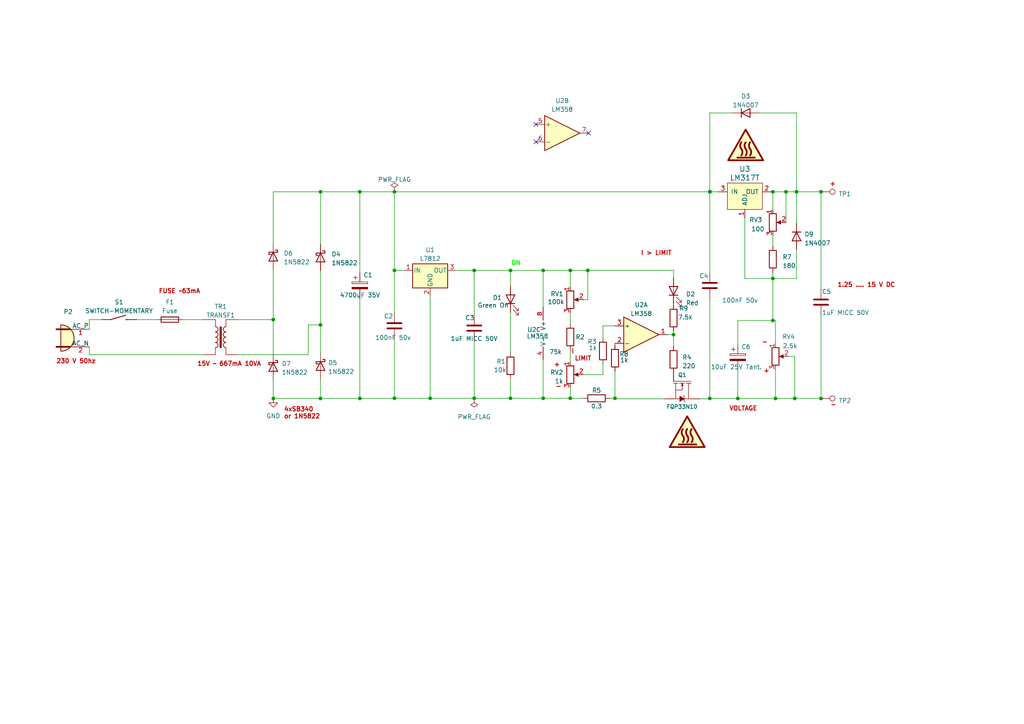
<source format=kicad_sch>
(kicad_sch (version 20230121) (generator eeschema)
  (paper "A4")
  (lib_symbols
    (symbol "Amplifier_Operational:LM358" (pin_names (offset 0.127))
      (property "Reference" "U" (at 0 5.08 0))
      (property "Value" "LM358" (at 0 -5.08 0))
      (symbol "LM358_1_1"
        (polyline (pts (xy -5.08 5.08) (xy 5.08 0) (xy -5.08 -5.08) (xy -5.08 5.08)) (stroke (width 0.254)) (fill (type background)))
        (pin output line (at 7.62 0 180) (length 2.54) (name "~") (number "1"))
        (pin input line (at -7.62 -2.54 0) (length 2.54) (name "-") (number "2"))
        (pin input line (at -7.62 2.54 0) (length 2.54) (name "+") (number "3"))
      )
      (symbol "LM358_2_1"
        (polyline (pts (xy -5.08 5.08) (xy 5.08 0) (xy -5.08 -5.08) (xy -5.08 5.08)) (stroke (width 0.254)) (fill (type background)))
        (pin input line (at -7.62 2.54 0) (length 2.54) (name "+") (number "5"))
        (pin input line (at -7.62 -2.54 0) (length 2.54) (name "-") (number "6"))
        (pin output line (at 7.62 0 180) (length 2.54) (name "~") (number "7"))
      )
      (symbol "LM358_3_1"
        (pin power_in line (at -2.54 -7.62 90) (length 3.81) (name "V-") (number "4"))
        (pin power_in line (at -2.54 7.62 270) (length 3.81) (name "V+") (number "8"))
      )
    )
    (symbol "Connector:Conn_WallPlug" (pin_names (offset 0))
      (property "Reference" "P" (at -1.27 4.445 0))
      (property "Value" "Conn_WallPlug" (at -5.715 0 90))
      (symbol "Conn_WallPlug_0_1"
        (arc (start -3.175 -3.81) (mid 0.6184 0) (end -3.175 3.81) (stroke (width 0.254)) (fill (type background)))
        (polyline (pts (xy -4.445 -2.54) (xy -0.635 -2.54)) (stroke (width 0.508)))
        (polyline (pts (xy -4.445 2.54) (xy -0.635 2.54)) (stroke (width 0.508)))
        (polyline (pts (xy -3.175 -3.81) (xy -3.175 3.81)) (stroke (width 0.254)))
        (polyline (pts (xy -0.635 -2.54) (xy 2.54 -2.54)))
        (polyline (pts (xy -0.635 2.54) (xy 2.54 2.54)))
      )
      (symbol "Conn_WallPlug_1_1"
        (pin power_out line (at 5.08 2.54 180) (length 5.08) (name "AC_P") (number "1"))
        (pin power_out line (at 5.08 -2.54 180) (length 5.08) (name "AC_N") (number "2"))
      )
    )
    (symbol "Connector:TestPoint" (pin_numbers hide) (pin_names (offset 0.762) hide)
      (property "Reference" "TP" (at 0 6.858 0))
      (property "Value" "TestPoint" (at 0 5.08 0))
      (symbol "TestPoint_0_1"
        (circle (center 0 3.302) (radius 0.762))
      )
      (symbol "TestPoint_1_1"
        (pin passive line (at 0 0 90) (length 2.54) (name "1") (number "1"))
      )
    )
    (symbol "Device:C" (pin_numbers hide) (pin_names (offset 0.254))
      (property "Reference" "C" (at 0.635 2.54 0))
      (property "Value" "C" (at 0.635 -2.54 0))
      (symbol "C_0_1"
        (polyline (pts (xy -2.032 -0.762) (xy 2.032 -0.762)) (stroke (width 0.508)))
        (polyline (pts (xy -2.032 0.762) (xy 2.032 0.762)) (stroke (width 0.508)))
      )
      (symbol "C_1_1"
        (pin passive line (at 0 3.81 270) (length 2.794) (name "~") (number "1"))
        (pin passive line (at 0 -3.81 90) (length 2.794) (name "~") (number "2"))
      )
    )
    (symbol "Device:C_Polarized" (pin_numbers hide) (pin_names (offset 0.254))
      (property "Reference" "C" (at 0.635 2.54 0))
      (property "Value" "C_Polarized" (at 0.635 -2.54 0))
      (symbol "C_Polarized_0_1"
        (rectangle (start -2.286 0.508) (end 2.286 1.016))
        (polyline (pts (xy -1.778 2.286) (xy -0.762 2.286)))
        (polyline (pts (xy -1.27 2.794) (xy -1.27 1.778)))
        (rectangle (start 2.286 -0.508) (end -2.286 -1.016) (fill (type outline)))
      )
      (symbol "C_Polarized_1_1"
        (pin passive line (at 0 3.81 270) (length 2.794) (name "~") (number "1"))
        (pin passive line (at 0 -3.81 90) (length 2.794) (name "~") (number "2"))
      )
    )
    (symbol "Device:Fuse" (pin_numbers hide) (pin_names (offset 0))
      (property "Reference" "F" (at 2.032 0 90))
      (property "Value" "Fuse" (at -1.905 0 90))
      (symbol "Fuse_0_1"
        (rectangle (start -0.762 -2.54) (end 0.762 2.54) (stroke (width 0.254)))
        (polyline (pts (xy 0 2.54) (xy 0 -2.54)))
      )
      (symbol "Fuse_1_1"
        (pin passive line (at 0 3.81 270) (length 1.27) (name "~") (number "1"))
        (pin passive line (at 0 -3.81 90) (length 1.27) (name "~") (number "2"))
      )
    )
    (symbol "Device:LED" (pin_numbers hide) (pin_names (offset 1.016) hide)
      (property "Reference" "D" (at 0 2.54 0))
      (property "Value" "LED" (at 0 -2.54 0))
      (symbol "LED_0_1"
        (polyline (pts (xy -1.27 -1.27) (xy -1.27 1.27)) (stroke (width 0.254)))
        (polyline (pts (xy -1.27 0) (xy 1.27 0)))
        (polyline (pts (xy 1.27 -1.27) (xy 1.27 1.27) (xy -1.27 0) (xy 1.27 -1.27)) (stroke (width 0.254)))
        (polyline (pts (xy -3.048 -0.762) (xy -4.572 -2.286) (xy -3.81 -2.286) (xy -4.572 -2.286) (xy -4.572 -1.524)))
        (polyline (pts (xy -1.778 -0.762) (xy -3.302 -2.286) (xy -2.54 -2.286) (xy -3.302 -2.286) (xy -3.302 -1.524)))
      )
      (symbol "LED_1_1"
        (pin passive line (at -3.81 0 0) (length 2.54) (name "K") (number "1"))
        (pin passive line (at 3.81 0 180) (length 2.54) (name "A") (number "2"))
      )
    )
    (symbol "Device:R" (pin_numbers hide) (pin_names (offset 0))
      (property "Reference" "R" (at 2.032 0 90))
      (property "Value" "R" (at 0 0 90))
      (symbol "R_0_1"
        (rectangle (start -1.016 -2.54) (end 1.016 2.54) (stroke (width 0.254)))
      )
      (symbol "R_1_1"
        (pin passive line (at 0 3.81 270) (length 1.27) (name "~") (number "1"))
        (pin passive line (at 0 -3.81 90) (length 1.27) (name "~") (number "2"))
      )
    )
    (symbol "Device:R_Potentiometer" (pin_names (offset 1.016) hide)
      (property "Reference" "RV" (at -4.445 0 90))
      (property "Value" "R_Potentiometer" (at -2.54 0 90))
      (symbol "R_Potentiometer_0_1"
        (polyline (pts (xy 2.54 0) (xy 1.524 0)))
        (polyline (pts (xy 1.143 0) (xy 2.286 0.508) (xy 2.286 -0.508) (xy 1.143 0)) (fill (type outline)))
        (rectangle (start 1.016 2.54) (end -1.016 -2.54) (stroke (width 0.254)))
      )
      (symbol "R_Potentiometer_1_1"
        (pin passive line (at 0 3.81 270) (length 1.27) (name "1") (number "1"))
        (pin passive line (at 3.81 0 180) (length 1.27) (name "2") (number "2"))
        (pin passive line (at 0 -3.81 90) (length 1.27) (name "3") (number "3"))
      )
    )
    (symbol "Diode:1N4007" (pin_numbers hide) (pin_names hide)
      (property "Reference" "D" (at 0 2.54 0))
      (property "Value" "1N4007" (at 0 -2.54 0))
      (symbol "1N4007_0_1"
        (polyline (pts (xy -1.27 1.27) (xy -1.27 -1.27)) (stroke (width 0.254)))
        (polyline (pts (xy 1.27 0) (xy -1.27 0)))
        (polyline (pts (xy 1.27 1.27) (xy 1.27 -1.27) (xy -1.27 0) (xy 1.27 1.27)) (stroke (width 0.254)))
      )
      (symbol "1N4007_1_1"
        (pin passive line (at -3.81 0 0) (length 2.54) (name "K") (number "1"))
        (pin passive line (at 3.81 0 180) (length 2.54) (name "A") (number "2"))
      )
    )
    (symbol "Diode:1N5822" (pin_numbers hide) (pin_names (offset 1.016) hide)
      (property "Reference" "D" (at 0 2.54 0))
      (property "Value" "1N5822" (at 0 -2.54 0))
      (symbol "1N5822_0_1"
        (polyline (pts (xy 1.27 0) (xy -1.27 0)))
        (polyline (pts (xy 1.27 1.27) (xy 1.27 -1.27) (xy -1.27 0) (xy 1.27 1.27)) (stroke (width 0.254)))
        (polyline (pts (xy -1.905 0.635) (xy -1.905 1.27) (xy -1.27 1.27) (xy -1.27 -1.27) (xy -0.635 -1.27) (xy -0.635 -0.635)) (stroke (width 0.254)))
      )
      (symbol "1N5822_1_1"
        (pin passive line (at -3.81 0 0) (length 2.54) (name "K") (number "1"))
        (pin passive line (at 3.81 0 180) (length 2.54) (name "A") (number "2"))
      )
    )
    (symbol "Graphic:SYM_Hot_Large" (on_board no)
      (symbol "SYM_Hot_Large_0_1"
        (arc (start -1.27 -3.683) (mid -0.9449 -2.728) (end -1.27 -1.778) (stroke (width 0.508)))
        (arc (start -1.27 0.127) (mid -1.5951 -0.828) (end -1.27 -1.778) (stroke (width 0.508)))
        (arc (start 0 -3.683) (mid 0.3251 -2.728) (end 0 -1.778) (stroke (width 0.508)))
        (polyline (pts (xy -2.413 -4.318) (xy 2.667 -4.318)) (stroke (width 0.508)))
        (polyline (pts (xy -5.08 -5.08) (xy 5.08 -5.08) (xy 0 3.81) (xy -5.08 -5.08)) (stroke (width 0.508)) (fill (type background)))
        (arc (start 0 0.127) (mid -0.3251 -0.828) (end 0 -1.778) (stroke (width 0.508)))
        (arc (start 1.27 -3.683) (mid 1.5951 -2.728) (end 1.27 -1.778) (stroke (width 0.508)))
        (arc (start 1.27 0.127) (mid 0.9449 -0.828) (end 1.27 -1.778) (stroke (width 0.508)))
      )
    )
    (symbol "Regulator_Linear:L7812" (pin_names (offset 0.254))
      (property "Reference" "U" (at -3.81 3.175 0))
      (property "Value" "L7812" (at 0 3.175 0))
      (symbol "L7812_0_1"
        (rectangle (start -5.08 1.905) (end 5.08 -5.08) (stroke (width 0.254)) (fill (type background)))
      )
      (symbol "L7812_1_1"
        (pin power_in line (at -7.62 0 0) (length 2.54) (name "IN") (number "1"))
        (pin power_in line (at 0 -7.62 90) (length 2.54) (name "GND") (number "2"))
        (pin power_out line (at 7.62 0 180) (length 2.54) (name "OUT") (number "3"))
      )
    )
    (symbol "SparkFun-DiscreteSemi:MOSFET-NCH-FQP30N06L" (pin_numbers hide) (pin_names (offset 1.016) hide)
      (property "Reference" "Q" (at 3.81 3.81 0))
      (property "Value" "MOSFET-NCH-FQP30N06L" (at 3.81 -5.08 0))
      (property "Field4" "TRANS-10060" (at 0 7.62 0))
      (symbol "MOSFET-NCH-FQP30N06L_1_0"
        (polyline (pts (xy -2.54 -2.54) (xy -2.54 2.54)))
        (polyline (pts (xy -1.9812 -1.905) (xy -1.9812 -2.54)))
        (polyline (pts (xy -1.9812 -1.905) (xy 0 -1.905)))
        (polyline (pts (xy -1.9812 -1.2954) (xy -1.9812 -1.905)))
        (polyline (pts (xy -1.9812 0.6858) (xy -1.9812 -0.8382)))
        (polyline (pts (xy -1.9812 1.8034) (xy -1.9812 1.0922)))
        (polyline (pts (xy -1.9812 1.8034) (xy 2.54 1.8034)))
        (polyline (pts (xy -1.9812 2.54) (xy -1.9812 1.8034)))
        (polyline (pts (xy 0 -1.905) (xy 0 0)))
        (polyline (pts (xy 0 0) (xy -1.2192 0)))
        (polyline (pts (xy 1.6002 0.381) (xy 1.778 0.5588)))
        (polyline (pts (xy 2.54 -2.54) (xy 2.54 -1.905)))
        (polyline (pts (xy 2.54 -1.905) (xy 0 -1.905)))
        (polyline (pts (xy 2.54 -0.7112) (xy 2.54 -1.905)))
        (polyline (pts (xy 2.54 0.5588) (xy 1.778 0.5588)))
        (polyline (pts (xy 2.54 0.5588) (xy 3.302 0.5588)))
        (polyline (pts (xy 2.54 1.8034) (xy 2.54 0.5588)))
        (polyline (pts (xy 2.54 2.54) (xy 2.54 1.8034)))
        (polyline (pts (xy 3.302 0.5588) (xy 3.4798 0.7366)))
      )
      (symbol "MOSFET-NCH-FQP30N06L_1_1"
        (polyline (pts (xy -1.9812 0) (xy -1.2192 0.254) (xy -1.2192 0.254) (xy -1.2192 -0.254) (xy -1.2192 -0.254) (xy -1.9812 0)) (fill (type outline)))
        (polyline (pts (xy 1.778 -0.7112) (xy 2.54 0.5588) (xy 2.54 0.5588) (xy 3.302 -0.7112) (xy 3.302 -0.7112) (xy 1.778 -0.7112)) (fill (type outline)))
        (pin bidirectional line (at -5.08 -2.54 0) (length 2.54) (name "G") (number "1"))
        (pin bidirectional line (at 2.54 5.08 270) (length 2.54) (name "D") (number "2"))
        (pin bidirectional line (at 2.54 -5.08 90) (length 2.54) (name "S") (number "3"))
      )
    )
    (symbol "Switches:SWITCH-MOMENTARY" (pin_numbers hide) (pin_names (offset 1.27) hide)
      (property "Reference" "S" (at -2.54 2.54 0))
      (property "Value" "SWITCH-MOMENTARY" (at -2.54 -2.54 0))
      (symbol "SWITCH-MOMENTARY_1_0"
        (polyline (pts (xy -2.54 0) (xy 1.905 1.27)) (stroke (width 0.254)))
        (polyline (pts (xy 1.905 0) (xy 2.54 0)) (stroke (width 0.254)))
      )
      (symbol "SWITCH-MOMENTARY_1_1"
        (pin passive line (at -5.08 0 0) (length 2.54) (name "1") (number "1"))
        (pin passive line (at 5.08 0 180) (length 2.54) (name "2") (number "3"))
      )
    )
    (symbol "Transformer:TRANSF1" (pin_numbers hide) (pin_names (offset 0))
      (property "Reference" "TR" (at 0 6.35 0))
      (property "Value" "TRANSF1" (at 0 -6.35 0))
      (symbol "TRANSF1_0_1"
        (arc (start -1.524 -3.048) (mid -0.7653 -2.286) (end -1.524 -1.524) (stroke (width 0.2032)))
        (arc (start -1.524 -1.524) (mid -0.7653 -0.762) (end -1.524 0) (stroke (width 0.2032)))
        (arc (start -1.524 0) (mid -0.7653 0.762) (end -1.524 1.524) (stroke (width 0.2032)))
        (arc (start -1.524 1.524) (mid -0.7653 2.286) (end -1.524 3.048) (stroke (width 0.2032)))
        (rectangle (start -0.254 3.048) (end 0.254 -3.048) (stroke (width 0.0254)) (fill (type outline)))
        (polyline (pts (xy -2.54 5.08) (xy -1.524 5.08) (xy -1.524 3.048) (xy -1.524 3.048)) (stroke (width 0.1524)))
        (polyline (pts (xy -1.524 -3.048) (xy -1.524 -5.08) (xy -2.54 -5.08) (xy -2.54 -5.08)) (stroke (width 0.1524)))
        (polyline (pts (xy 1.524 3.048) (xy 1.524 5.08) (xy 2.54 5.08) (xy 2.54 5.08)) (stroke (width 0.1524)))
        (polyline (pts (xy 2.54 -5.08) (xy 1.524 -5.08) (xy 1.524 -3.048) (xy 1.524 -3.048)) (stroke (width 0.1524)))
        (arc (start 1.524 -1.524) (mid 0.7653 -2.286) (end 1.524 -3.048) (stroke (width 0.2032)))
        (arc (start 1.524 0) (mid 0.7653 -0.762) (end 1.524 -1.524) (stroke (width 0.2032)))
        (arc (start 1.524 1.524) (mid 0.7653 0.762) (end 1.524 0) (stroke (width 0.2032)))
        (arc (start 1.524 3.048) (mid 0.7653 2.286) (end 1.524 1.524) (stroke (width 0.2032)))
      )
      (symbol "TRANSF1_1_1"
        (pin passive line (at -5.08 5.08 0) (length 2.54) (name "~") (number "1"))
        (pin passive line (at -5.08 -5.08 0) (length 2.54) (name "~") (number "2"))
        (pin passive line (at 5.08 -5.08 180) (length 2.54) (name "~") (number "3"))
        (pin passive line (at 5.08 5.08 180) (length 2.54) (name "~") (number "4"))
      )
    )
    (symbol "dk_PMIC-Voltage-Regulators-Linear:LM317T" (pin_names (offset 1.016))
      (property "Reference" "U" (at 0 3.81 0))
      (property "Value" "LM317T" (at 0 6.35 0))
      (symbol "LM317T_0_1"
        (rectangle (start -5.08 2.54) (end 5.08 -5.08) (fill (type background)))
      )
      (symbol "LM317T_1_1"
        (pin input line (at 0 -7.62 90) (length 2.54) (name "ADJ") (number "1"))
        (pin power_out line (at 7.62 0 180) (length 2.54) (name "OUT") (number "2"))
        (pin power_in line (at -7.62 0 0) (length 2.54) (name "IN") (number "3"))
      )
    )
    (symbol "power:GND" (power) (pin_names (offset 0))
      (property "Value" "GND" (at 0 -3.81 0))
      (symbol "GND_0_1"
        (polyline (pts (xy 0 0) (xy 0 -1.27) (xy 1.27 -1.27) (xy 0 -2.54) (xy -1.27 -1.27) (xy 0 -1.27)))
      )
      (symbol "GND_1_1"
        (pin power_in line (at 0 0 270) (length 0) hide (name "GND") (number "1"))
      )
    )
    (symbol "power:PWR_FLAG" (power) (pin_numbers hide) (pin_names (offset 0) hide)
      (property "Value" "PWR_FLAG" (at 0 3.81 0))
      (symbol "PWR_FLAG_0_0"
        (pin power_out line (at 0 0 90) (length 0) (name "pwr") (number "1"))
      )
      (symbol "PWR_FLAG_0_1"
        (polyline (pts (xy 0 0) (xy 0 1.27) (xy -1.016 1.905) (xy 0 2.54) (xy 1.016 1.905) (xy 0 1.27)))
      )
    )
  )
  (junction (at 114.4016 55.626))
  (junction (at 79.2734 115.57))
  (junction (at 205.9432 55.626))
  (junction (at 157.5308 115.5192))
  (junction (at 92.964 115.57))
  (junction (at 170.4848 78.4352))
  (junction (at 92.964 94.234))
  (junction (at 238.125 115.57))
  (junction (at 104.3686 115.57))
  (junction (at 148.0566 78.4352))
  (junction (at 205.867 55.6006))
  (junction (at 227.965 55.626))
  (junction (at 224.917 115.57))
  (junction (at 79.248 92.71))
  (junction (at 205.867 55.626))
  (junction (at 92.964 55.626))
  (junction (at 230.505 115.57))
  (junction (at 231.013 55.626))
  (junction (at 104.3686 55.626))
  (junction (at 165.4048 115.5192))
  (junction (at 213.995 115.57))
  (junction (at 238.125 55.626))
  (junction (at 224.155 55.626))
  (junction (at 224.155 92.964))
  (junction (at 195.3514 97.0534))
  (junction (at 137.541 78.4352))
  (junction (at 114.4016 78.4352))
  (junction (at 178.3588 115.5192))
  (junction (at 205.867 115.57))
  (junction (at 124.7648 115.5192))
  (junction (at 137.541 115.5192))
  (junction (at 165.4048 78.4352))
  (junction (at 114.4016 115.5192))
  (junction (at 224.155 80.772))
  (junction (at 157.5308 78.4352))
  (junction (at 148.0566 115.5192))
  (no_connect (at 170.688 38.608))
  (no_connect (at 155.448 36.068))
  (no_connect (at 155.448 41.148))
  (wire (pts (xy 205.867 32.766) (xy 205.867 55.6006)))
  (wire (pts (xy 238.125 83.82) (xy 238.125 55.626)))
  (wire (pts (xy 224.155 80.772) (xy 224.155 92.964)))
  (wire (pts (xy 174.879 108.6612) (xy 169.2148 108.6612)))
  (wire (pts (xy 227.965 55.626) (xy 231.013 55.626)))
  (wire (pts (xy 170.4848 78.4098) (xy 170.4848 78.4352)))
  (wire (pts (xy 165.4048 115.5192) (xy 169.2148 115.5192)))
  (wire (pts (xy 165.4048 78.4352) (xy 170.4848 78.4352)))
  (wire (pts (xy 224.155 55.626) (xy 224.155 60.706)))
  (wire (pts (xy 114.4016 78.4352) (xy 114.4016 90.678)))
  (wire (pts (xy 220.091 32.766) (xy 231.013 32.766)))
  (wire (pts (xy 114.4016 55.626) (xy 205.867 55.626)))
  (wire (pts (xy 79.248 115.57) (xy 79.2734 115.57)))
  (wire (pts (xy 224.917 107.188) (xy 224.917 115.57)))
  (wire (pts (xy 137.541 78.4352) (xy 132.3848 78.4352)))
  (wire (pts (xy 79.2734 115.57) (xy 92.964 115.57)))
  (wire (pts (xy 170.4848 78.4098) (xy 195.3514 78.4098)))
  (wire (pts (xy 92.964 55.626) (xy 92.964 70.866)))
  (wire (pts (xy 89.408 102.87) (xy 89.408 94.234)))
  (wire (pts (xy 169.2148 86.9188) (xy 170.4848 86.9188)))
  (wire (pts (xy 174.879 94.5134) (xy 174.879 97.9932)))
  (wire (pts (xy 195.3514 96.0628) (xy 195.3514 97.0534)))
  (wire (pts (xy 25.908 102.87) (xy 58.928 102.87)))
  (wire (pts (xy 148.0566 78.4352) (xy 157.5308 78.4352)))
  (wire (pts (xy 114.4016 115.5192) (xy 114.4016 115.57)))
  (wire (pts (xy 79.248 55.626) (xy 79.248 70.612)))
  (wire (pts (xy 178.3588 115.6716) (xy 178.3588 115.5192)))
  (wire (pts (xy 69.088 102.87) (xy 89.408 102.87)))
  (wire (pts (xy 137.541 91.3638) (xy 137.541 78.4352)))
  (wire (pts (xy 178.3588 100.076) (xy 178.3588 99.5934)))
  (wire (pts (xy 104.3686 115.57) (xy 92.964 115.57)))
  (wire (pts (xy 124.7648 86.0552) (xy 124.7648 115.5192)))
  (wire (pts (xy 205.867 55.6006) (xy 205.867 55.626)))
  (wire (pts (xy 231.013 72.39) (xy 231.013 80.772)))
  (wire (pts (xy 29.464 92.71) (xy 25.908 92.71)))
  (wire (pts (xy 224.155 80.772) (xy 224.155 78.994)))
  (wire (pts (xy 170.4848 86.9188) (xy 170.4848 78.4352)))
  (wire (pts (xy 137.541 98.9838) (xy 137.541 115.5192)))
  (wire (pts (xy 148.0566 115.5192) (xy 157.5308 115.5192)))
  (wire (pts (xy 213.995 99.822) (xy 213.995 92.964)))
  (wire (pts (xy 213.995 107.442) (xy 213.995 115.57)))
  (wire (pts (xy 202.9714 115.6716) (xy 205.867 115.6716)))
  (wire (pts (xy 205.9432 55.626) (xy 208.407 55.626)))
  (wire (pts (xy 114.4016 98.298) (xy 114.4016 115.5192)))
  (wire (pts (xy 165.4048 115.5192) (xy 165.4048 112.4712)))
  (wire (pts (xy 205.9432 55.626) (xy 205.9432 55.6006)))
  (wire (pts (xy 104.3686 55.626) (xy 114.4016 55.626)))
  (wire (pts (xy 53.086 92.71) (xy 58.928 92.71)))
  (wire (pts (xy 157.5308 104.3432) (xy 157.5308 115.5192)))
  (wire (pts (xy 114.4016 55.626) (xy 114.4016 78.4352)))
  (wire (pts (xy 224.917 92.964) (xy 224.917 99.568)))
  (wire (pts (xy 104.3686 55.626) (xy 104.3686 78.994)))
  (wire (pts (xy 79.248 55.626) (xy 92.964 55.626)))
  (wire (pts (xy 195.3514 88.1634) (xy 195.3514 88.4428)))
  (wire (pts (xy 205.9432 55.6006) (xy 205.867 55.6006)))
  (wire (pts (xy 205.867 86.614) (xy 205.867 115.57)))
  (wire (pts (xy 238.125 91.44) (xy 238.125 115.57)))
  (wire (pts (xy 195.3514 78.4098) (xy 195.3514 80.5434)))
  (wire (pts (xy 224.155 92.964) (xy 224.917 92.964)))
  (wire (pts (xy 205.867 55.626) (xy 205.867 78.994)))
  (wire (pts (xy 114.4016 115.5192) (xy 124.7648 115.5192)))
  (wire (pts (xy 238.125 115.57) (xy 230.505 115.57)))
  (wire (pts (xy 231.013 55.626) (xy 231.013 64.77)))
  (wire (pts (xy 157.5308 78.4352) (xy 165.4048 78.4352)))
  (wire (pts (xy 104.3686 115.57) (xy 114.4016 115.57)))
  (wire (pts (xy 224.917 115.57) (xy 213.995 115.57)))
  (wire (pts (xy 92.964 78.486) (xy 92.964 94.234)))
  (wire (pts (xy 224.155 55.626) (xy 227.965 55.626)))
  (wire (pts (xy 238.125 55.626) (xy 231.013 55.626)))
  (wire (pts (xy 137.541 78.4352) (xy 148.0566 78.4352)))
  (wire (pts (xy 114.4016 78.4352) (xy 117.1448 78.4352)))
  (wire (pts (xy 231.013 32.766) (xy 231.013 55.626)))
  (wire (pts (xy 79.248 110.236) (xy 79.248 115.57)))
  (wire (pts (xy 205.867 115.6716) (xy 205.867 115.57)))
  (wire (pts (xy 224.155 68.326) (xy 224.155 71.374)))
  (wire (pts (xy 178.3588 115.5192) (xy 176.8348 115.5192)))
  (wire (pts (xy 165.4048 83.1088) (xy 165.4048 78.4352)))
  (wire (pts (xy 124.7648 115.5192) (xy 137.541 115.5192)))
  (wire (pts (xy 230.505 103.378) (xy 230.505 115.57)))
  (wire (pts (xy 69.088 92.71) (xy 79.248 92.71)))
  (wire (pts (xy 193.6242 97.0534) (xy 195.3514 97.0534)))
  (wire (pts (xy 92.964 55.626) (xy 104.3686 55.626)))
  (wire (pts (xy 227.965 64.516) (xy 227.965 55.626)))
  (wire (pts (xy 25.908 92.71) (xy 25.908 95.504)))
  (wire (pts (xy 212.471 32.766) (xy 205.867 32.766)))
  (wire (pts (xy 178.3588 99.5934) (xy 178.3842 99.5934)))
  (wire (pts (xy 79.248 92.71) (xy 79.248 102.616)))
  (wire (pts (xy 92.964 94.234) (xy 92.964 102.362)))
  (wire (pts (xy 195.3514 97.0534) (xy 195.3514 100.4316)))
  (wire (pts (xy 79.248 78.232) (xy 79.248 92.71)))
  (wire (pts (xy 165.4048 115.5192) (xy 157.5308 115.5192)))
  (wire (pts (xy 39.624 92.71) (xy 45.466 92.71)))
  (wire (pts (xy 104.3686 86.614) (xy 104.3686 115.57)))
  (wire (pts (xy 148.0566 90.6018) (xy 148.0566 102.2858)))
  (wire (pts (xy 231.013 80.772) (xy 224.155 80.772)))
  (wire (pts (xy 223.647 55.626) (xy 224.155 55.626)))
  (wire (pts (xy 228.727 103.378) (xy 230.505 103.378)))
  (wire (pts (xy 230.505 115.57) (xy 224.917 115.57)))
  (wire (pts (xy 178.3588 107.696) (xy 178.3588 115.5192)))
  (wire (pts (xy 92.964 109.982) (xy 92.964 115.57)))
  (wire (pts (xy 148.0566 78.4352) (xy 148.0566 82.9818)))
  (wire (pts (xy 178.3588 115.6716) (xy 192.8114 115.6716)))
  (wire (pts (xy 148.0566 109.9058) (xy 148.0566 115.5192)))
  (wire (pts (xy 216.027 63.246) (xy 216.027 80.772)))
  (wire (pts (xy 165.4048 90.7288) (xy 165.4048 93.9292)))
  (wire (pts (xy 89.408 94.234) (xy 92.964 94.234)))
  (wire (pts (xy 137.541 115.5192) (xy 148.0566 115.5192)))
  (wire (pts (xy 213.995 92.964) (xy 224.155 92.964)))
  (wire (pts (xy 213.995 115.57) (xy 205.867 115.57)))
  (wire (pts (xy 157.5308 78.4352) (xy 157.5308 89.1032)))
  (wire (pts (xy 25.908 102.87) (xy 25.908 100.584)))
  (wire (pts (xy 216.027 80.772) (xy 224.155 80.772)))
  (wire (pts (xy 205.867 55.626) (xy 205.9432 55.626)))
  (wire (pts (xy 174.879 105.6132) (xy 174.879 108.6612)))
  (wire (pts (xy 178.3842 94.5134) (xy 174.879 94.5134)))
  (wire (pts (xy 165.4048 101.5492) (xy 165.4048 104.8512)))
  (text "15V ~ 667mA 10VA" (at 57.15 106.426 0) (effects (font (size 1.27 1.27) (thickness 0.254) bold) (justify left bottom)))
  (text "ON" (at 148.1836 77.1906 0) (effects (font (size 1.27 1.27) (thickness 0.254) bold) (justify left bottom)))
  (text "FUSE ~63mA" (at 45.974 85.344 0) (effects (font (size 1.27 1.27) (thickness 0.254) bold) (justify left bottom)))
  (text "-" (at 161.0868 112.9792 0) (effects (font (size 1.27 1.27) (thickness 0.254) bold) (justify left bottom)))
  (text "+" (at 240.5634 54.229 0) (effects (font (size 1.27 1.27) (thickness 0.254) bold) (justify left bottom)))
  (text "-" (at 240.792 118.2878 0) (effects (font (size 1.27 1.27) (thickness 0.254) bold) (justify left bottom)))
  (text "VOLTAGE\n" (at 211.455 119.38 0) (effects (font (size 1.27 1.27) (thickness 0.254) bold) (justify left bottom)))
  (text "4xSB340\nor 1N5822" (at 82.296 121.666 0) (effects (font (size 1.27 1.27) (thickness 0.254) bold) (justify left bottom)))
  (text "I > LIMIT\n" (at 185.801 74.295 0) (effects (font (size 1.27 1.27) (thickness 0.254) bold) (justify left bottom)))
  (text "I\n LIMIT\n" (at 165.6588 104.8766 0) (effects (font (size 1.27 1.27) (thickness 0.254) bold) (justify left bottom)))
  (text "+" (at 160.5788 106.6292 0) (effects (font (size 1.27 1.27) (thickness 0.254) bold) (justify left bottom)))
  (text "230 V 50hz" (at 16.256 105.664 0) (effects (font (size 1.27 1.27) (thickness 0.254) bold) (justify left bottom)))
  (text "1.25 .... 15 V DC\n" (at 242.824 83.5406 0) (effects (font (size 1.27 1.27) (thickness 0.254) bold) (justify left bottom)))
  (text "-" (at 220.853 100.076 0) (effects (font (size 1.27 1.27) (thickness 0.254) bold) (justify left bottom)))
  (text "+" (at 221.361 108.458 0) (effects (font (size 1.27 1.27) (thickness 0.254) bold) (justify left bottom)))
  (symbol (lib_id "Amplifier_Operational:LM358") (at 163.068 38.608 0) (unit 2)
    (property "Reference" "U2" (at 163.068 29.21 0))
    (property "Value" "LM358" (at 163.068 31.75 0))
    (property "Footprint" "Package_DIP:DIP-8_W7.62mm_LongPads" (effects hide))
    (property "Datasheet" "http://www.ti.com/lit/ds/symlink/lm2904-n.pdf" (effects hide))
  )
  (symbol (lib_id "Amplifier_Operational:LM358") (at 186.0042 97.0534 0) (unit 1)
    (property "Reference" "U2" (at 186.0042 88.4174 0))
    (property "Value" "LM358" (at 186.0042 90.9574 0))
    (property "Footprint" "Package_DIP:DIP-8_W7.62mm_LongPads" (effects hide))
    (property "Datasheet" "http://www.ti.com/lit/ds/symlink/lm2904-n.pdf" (effects hide))
  )
  (symbol (lib_id "Diode:1N4007") (at 216.281 32.766 0) (unit 1)
    (property "Reference" "D3" (at 216.281 27.94 0))
    (property "Value" "1N4007" (at 216.281 30.48 0))
    (property "Footprint" "Diode_THT:D_DO-41_SOD81_P10.16mm_Horizontal" (effects hide))
    (property "Datasheet" "http://www.vishay.com/docs/88503/1n4001.pdf" (effects hide))
    (property "Sim.Device" "D" (effects hide))
    (property "Sim.Pins" "1=K 2=A" (effects hide))
  )
  (symbol (lib_id "Device:R_Potentiometer") (at 165.4048 108.6612 0) (unit 1)
    (property "Reference" "RV2" (at 163.3728 108.0262 0) (effects (justify right)))
    (property "Value" "1k" (at 163.3728 110.5662 0) (effects (justify right)))
    (property "Footprint" "Potentiometer_THT:Potentiometer_ACP_CA9-H3,8_Horizontal" (effects hide))
  )
  (symbol (lib_id "Device:R") (at 178.3588 103.886 0) (unit 1)
    (property "Reference" "R8" (at 179.6288 102.6922 0) (effects (justify left)))
    (property "Value" "1k" (at 179.8066 104.4194 0) (effects (justify left)))
    (property "Footprint" "Resistor_THT:R_Axial_DIN0414_L11.9mm_D4.5mm_P15.24mm_Horizontal" (effects hide))
  )
  (symbol (lib_id "Device:R") (at 195.3514 104.2416 0) (unit 1)
    (property "Reference" "R4" (at 197.8914 103.6066 0) (effects (justify left)))
    (property "Value" "220" (at 197.8914 106.1466 0) (effects (justify left)))
    (property "Footprint" "Resistor_THT:R_Axial_DIN0414_L11.9mm_D4.5mm_P15.24mm_Horizontal" (effects hide))
  )
  (symbol (lib_id "Device:R") (at 224.155 75.184 0) (unit 1)
    (property "Reference" "R7" (at 226.949 74.549 0) (effects (justify left)))
    (property "Value" "180" (at 226.949 77.089 0) (effects (justify left)))
    (property "Footprint" "Resistor_THT:R_Axial_DIN0414_L11.9mm_D4.5mm_P15.24mm_Horizontal" (effects hide))
  )
  (symbol (lib_id "Diode:1N5822") (at 92.964 106.172 270) (unit 1)
    (property "Reference" "D5" (at 95.1484 105.2195 90) (effects (justify left)))
    (property "Value" "1N5822" (at 95.1484 107.7595 90) (effects (justify left)))
    (property "Footprint" "Diode_THT:D_DO-201AD_P15.24mm_Horizontal" (effects hide))
    (property "Datasheet" "http://www.vishay.com/docs/88526/1n5820.pdf" (effects hide))
  )
  (symbol (lib_id "Device:C") (at 238.125 87.63 0) (unit 1)
    (property "Reference" "C5" (at 238.379 84.582 0) (effects (justify left)))
    (property "Value" "1uF MICC 50V" (at 238.379 90.678 0) (effects (justify left)))
    (property "Footprint" "Capacitor_THT:C_Disc_D7.5mm_W5.0mm_P7.50mm" (effects hide))
  )
  (symbol (lib_id "Device:Fuse") (at 49.276 92.71 90) (unit 1)
    (property "Reference" "F1" (at 49.276 87.63 90))
    (property "Value" "Fuse" (at 49.276 90.17 90))
    (property "Footprint" "Fuse:Fuse_Littelfuse-LVR200" (effects hide))
  )
  (symbol (lib_id "Device:R_Potentiometer") (at 165.4048 86.9188 0) (unit 1)
    (property "Reference" "RV1" (at 163.449 85.2424 0) (effects (justify right)))
    (property "Value" "100k" (at 163.703 87.5538 0) (effects (justify right)))
    (property "Footprint" "Potentiometer_THT:Potentiometer_ACP_CA9-H3,8_Horizontal" (effects hide))
  )
  (symbol (lib_id "Device:C") (at 137.541 95.1738 0) (unit 1)
    (property "Reference" "C3" (at 134.9248 92.1766 0) (effects (justify left)))
    (property "Value" "1uF MICC 50V" (at 130.683 98.2218 0) (effects (justify left)))
    (property "Footprint" "Capacitor_THT:C_Disc_D7.5mm_W5.0mm_P7.50mm" (effects hide))
  )
  (symbol (lib_id "Connector:TestPoint") (at 238.125 115.57 270) (unit 1)
    (property "Reference" "TP2" (at 243.205 116.205 90) (effects (justify left)))
    (property "Value" "-" (effects hide))
    (property "Footprint" "TestPoint:TestPoint_THTPad_2.5x2.5mm_Drill1.2mm" (effects hide))
  )
  (symbol (lib_id "Graphic:SYM_Hot_Large") (at 216.281 41.402 0) (unit 1) (on_board no)
    (property "Reference" "#SYM1" (effects hide))
    (property "Value" "SYM_Hot_Large" (effects hide))
    (property "Sim.Enable" "0" (effects hide))
  )
  (symbol (lib_id "power:PWR_FLAG") (at 137.541 115.5192 180) (unit 1)
    (property "Reference" "#FLG02" (effects hide))
    (property "Value" "PWR_FLAG" (at 137.541 120.904 0))
  )
  (symbol (lib_id "Diode:1N4007") (at 231.013 68.58 270) (unit 1)
    (property "Reference" "D9" (at 233.299 67.945 90) (effects (justify left)))
    (property "Value" "1N4007" (at 233.299 70.485 90) (effects (justify left)))
    (property "Footprint" "Diode_THT:D_DO-41_SOD81_P10.16mm_Horizontal" (effects hide))
    (property "Datasheet" "http://www.vishay.com/docs/88503/1n4001.pdf" (effects hide))
    (property "Sim.Device" "D" (effects hide))
    (property "Sim.Pins" "1=K 2=A" (effects hide))
  )
  (symbol (lib_id "Device:C") (at 205.867 82.804 0) (unit 1)
    (property "Reference" "C4" (at 202.819 80.01 0) (effects (justify left)))
    (property "Value" "100nF 50v" (at 209.423 87.122 0) (effects (justify left)))
    (property "Footprint" "Capacitor_THT:C_Disc_D7.5mm_W5.0mm_P7.50mm" (effects hide))
  )
  (symbol (lib_id "Diode:1N5822") (at 79.248 106.426 270) (unit 1)
    (property "Reference" "D7" (at 81.6864 105.4735 90) (effects (justify left)))
    (property "Value" "1N5822" (at 81.6864 108.0135 90) (effects (justify left)))
    (property "Footprint" "Diode_THT:D_DO-201AD_P15.24mm_Horizontal" (effects hide))
    (property "Datasheet" "http://www.vishay.com/docs/88526/1n5820.pdf" (effects hide))
  )
  (symbol (lib_id "SparkFun-DiscreteSemi:MOSFET-NCH-FQP30N06L") (at 197.8914 113.1316 270) (unit 1)
    (property "Reference" "Q1" (at 197.8914 108.7628 90) (effects (font (size 1.143 1.143))))
    (property "Value" "FQP33N10" (at 197.8152 117.9576 90) (effects (font (size 1.143 1.143))))
    (property "Footprint" "Silicon-Standard:TO220V" (effects hide))
  )
  (symbol (lib_id "Device:R_Potentiometer") (at 224.917 103.378 0) (unit 1)
    (property "Reference" "RV4" (at 230.632 97.663 0) (effects (justify right)))
    (property "Value" "2.5k" (at 231.267 100.33 0) (effects (justify right)))
    (property "Footprint" "Potentiometer_THT:Potentiometer_ACP_CA9-H3,8_Horizontal" (effects hide))
  )
  (symbol (lib_id "Device:C") (at 114.4016 94.488 0) (unit 1)
    (property "Reference" "C2" (at 111.3536 91.694 0) (effects (justify left)))
    (property "Value" "100nF 50v" (at 108.7882 97.917 0) (effects (justify left)))
    (property "Footprint" "Capacitor_THT:C_Disc_D7.5mm_W5.0mm_P7.50mm" (effects hide))
  )
  (symbol (lib_id "Device:R") (at 148.0566 106.0958 0) (unit 1)
    (property "Reference" "R1" (at 143.9926 104.8258 0) (effects (justify left)))
    (property "Value" "10k" (at 143.2052 107.2896 0) (effects (justify left)))
    (property "Footprint" "Resistor_THT:R_Axial_DIN0414_L11.9mm_D4.5mm_P15.24mm_Horizontal" (effects hide))
  )
  (symbol (lib_id "Diode:1N5822") (at 79.248 74.422 270) (unit 1)
    (property "Reference" "D6" (at 82.2452 73.4695 90) (effects (justify left)))
    (property "Value" "1N5822" (at 82.2452 76.0095 90) (effects (justify left)))
    (property "Footprint" "Diode_THT:D_DO-201AD_P15.24mm_Horizontal" (effects hide))
    (property "Datasheet" "http://www.vishay.com/docs/88526/1n5820.pdf" (effects hide))
  )
  (symbol (lib_id "Switches:SWITCH-MOMENTARY") (at 34.544 92.71 0) (unit 1)
    (property "Reference" "S1" (at 34.544 87.63 0))
    (property "Value" "SWITCH-MOMENTARY" (at 34.544 90.17 0))
    (property "Footprint" "Button_Switch_THT:SW_CuK_OS102011MA1QN1_SPDT_Angled" (effects hide))
  )
  (symbol (lib_id "Device:R") (at 173.0248 115.5192 90) (unit 1)
    (property "Reference" "R5" (at 173.0248 113.2332 90))
    (property "Value" "0.3" (at 173.0248 117.8052 90))
    (property "Footprint" "Resistor_THT:R_Axial_DIN0414_L11.9mm_D4.5mm_P15.24mm_Horizontal" (effects hide))
  )
  (symbol (lib_id "Device:R_Potentiometer") (at 224.155 64.516 0) (unit 1)
    (property "Reference" "RV3" (at 221.107 63.754 0) (effects (justify right)))
    (property "Value" "100" (at 221.742 66.421 0) (effects (justify right)))
    (property "Footprint" "Potentiometer_THT:Potentiometer_ACP_CA9-H3,8_Horizontal" (effects hide))
  )
  (symbol (lib_id "Connector:Conn_WallPlug") (at 20.828 98.044 0) (unit 1)
    (property "Reference" "P2" (at 19.7485 90.424 0))
    (property "Value" "Conn_WallPlug" (effects hide))
    (property "Footprint" "TerminalBlock:TerminalBlock_bornier-2_P5.08mm" (effects hide))
  )
  (symbol (lib_id "Diode:1N5822") (at 92.964 74.676 270) (unit 1)
    (property "Reference" "D4" (at 96.139 73.7235 90) (effects (justify left)))
    (property "Value" "1N5822" (at 96.139 76.2635 90) (effects (justify left)))
    (property "Footprint" "Diode_THT:D_DO-201AD_P15.24mm_Horizontal" (effects hide))
    (property "Datasheet" "http://www.vishay.com/docs/88526/1n5820.pdf" (effects hide))
  )
  (symbol (lib_id "Connector:TestPoint") (at 238.125 55.626 270) (unit 1)
    (property "Reference" "TP1" (at 243.205 56.261 90) (effects (justify left)))
    (property "Value" "+" (effects hide))
    (property "Footprint" "TestPoint:TestPoint_THTPad_2.5x2.5mm_Drill1.2mm" (effects hide))
  )
  (symbol (lib_id "power:GND") (at 79.2734 115.57 0) (unit 1)
    (property "Reference" "#PWR01" (effects hide))
    (property "Value" "GND" (at 79.2734 120.65 0))
  )
  (symbol (lib_id "Device:LED") (at 148.0566 86.7918 90) (unit 1)
    (property "Reference" "D1" (at 142.9004 86.36 90) (effects (justify right)))
    (property "Value" "Green On" (at 138.5062 88.5444 90) (effects (justify right)))
    (property "Footprint" "LED:LED_5MM-KIT" (effects hide))
  )
  (symbol (lib_id "Device:R") (at 195.3514 92.2528 0) (unit 1)
    (property "Reference" "R9" (at 196.9262 89.4334 0) (effects (justify left)))
    (property "Value" "7.5k" (at 196.6214 91.9988 0) (effects (justify left)))
    (property "Footprint" "Resistor_THT:R_Axial_DIN0414_L11.9mm_D4.5mm_P15.24mm_Horizontal" (effects hide))
  )
  (symbol (lib_id "Regulator_Linear:L7812") (at 124.7648 78.4352 0) (unit 1)
    (property "Reference" "U1" (at 124.7648 72.4662 0))
    (property "Value" "L7812" (at 124.7648 75.0062 0))
    (property "Footprint" "Package_TO_SOT_THT:TO-220F-3_Vertical" (effects hide))
    (property "Datasheet" "http://www.st.com/content/ccc/resource/technical/document/datasheet/41/4f/b3/b0/12/d4/47/88/CD00000444.pdf/files/CD00000444.pdf/jcr:content/translations/en.CD00000444.pdf" (effects hide))
  )
  (symbol (lib_id "Device:R") (at 174.879 101.8032 0) (unit 1)
    (property "Reference" "R3" (at 170.3832 99.0854 0) (effects (justify left)))
    (property "Value" "1k" (at 170.7134 100.8888 0) (effects (justify left)))
    (property "Footprint" "Resistor_THT:R_Axial_DIN0414_L11.9mm_D4.5mm_P15.24mm_Horizontal" (effects hide))
  )
  (symbol (lib_id "Device:C_Polarized") (at 104.3686 82.804 0) (unit 1)
    (property "Reference" "C1" (at 105.3846 79.756 0) (effects (justify left)))
    (property "Value" "4700uF 35V" (at 98.5266 85.598 0) (effects (justify left)))
    (property "Footprint" "Capacitor_THT:CP_Radial_D8.0mm_P5.00mm" (effects hide))
  )
  (symbol (lib_id "Device:C_Polarized") (at 213.995 103.632 0) (unit 1)
    (property "Reference" "C6" (at 215.011 100.584 0) (effects (justify left)))
    (property "Value" "10uF 25V Tant." (at 206.121 106.426 0) (effects (justify left)))
    (property "Footprint" "Capacitor_THT:C_Disc_D8.0mm_W5.0mm_P5.00mm" (effects hide))
  )
  (symbol (lib_id "dk_PMIC-Voltage-Regulators-Linear:LM317T") (at 216.027 55.626 0) (unit 1)
    (property "Reference" "U3" (at 216.027 49.022 0) (effects (font (size 1.524 1.524))))
    (property "Value" "LM317T" (at 216.027 51.562 0) (effects (font (size 1.524 1.524))))
    (property "Footprint" "digikey-footprints:TO-220-3" (effects hide))
    (property "Datasheet" "http://www.st.com/content/ccc/resource/technical/document/datasheet/group1/a0/db/e6/9b/6f/9c/45/7b/CD00000455/files/CD00000455.pdf/jcr:content/translations/en.CD00000455.pdf" (effects hide))
    (property "Digi-Key_PN" "497-1575-5-ND" (effects hide))
    (property "MPN" "LM317T" (effects hide))
    (property "Category" "Integrated Circuits (ICs)" (effects hide))
    (property "Family" "PMIC - Voltage Regulators - Linear" (effects hide))
    (property "DK_Datasheet_Link" "http://www.st.com/content/ccc/resource/technical/document/datasheet/group1/a0/db/e6/9b/6f/9c/45/7b/CD00000455/files/CD00000455.pdf/jcr:content/translations/en.CD00000455.pdf" (effects hide))
    (property "DK_Detail_Page" "/product-detail/en/stmicroelectronics/LM317T/497-1575-5-ND/591677" (effects hide))
    (property "Description" "IC REG LIN POS ADJ 1.5A TO220AB" (effects hide))
    (property "Manufacturer" "STMicroelectronics" (effects hide))
    (property "Status" "Active" (effects hide))
  )
  (symbol (lib_id "Transformer:TRANSF1") (at 64.008 97.79 0) (unit 1)
    (property "Reference" "TR1" (at 64.008 88.9 0))
    (property "Value" "TRANSF1" (at 64.008 91.44 0))
    (property "Footprint" "Coils:TRANSFORMER" (effects hide))
  )
  (symbol (lib_id "power:PWR_FLAG") (at 114.4016 55.626 0) (unit 1)
    (property "Reference" "#FLG01" (effects hide))
    (property "Value" "PWR_FLAG" (at 114.4016 52.07 0))
  )
  (symbol (lib_id "Amplifier_Operational:LM358") (at 160.0708 96.7232 0) (unit 3)
    (property "Reference" "U2" (at 152.8826 95.631 0) (effects (justify left)))
    (property "Value" "LM358" (at 152.7556 97.536 0) (effects (justify left)))
    (property "Footprint" "Package_DIP:DIP-8_W7.62mm_LongPads" (effects hide))
    (property "Datasheet" "http://www.ti.com/lit/ds/symlink/lm2904-n.pdf" (effects hide))
  )
  (symbol (lib_id "Graphic:SYM_Hot_Large") (at 199.3138 124.587 0) (unit 1) (on_board no)
    (property "Reference" "#SYM2" (effects hide))
    (property "Value" "SYM_Hot_Large" (effects hide))
    (property "Sim.Enable" "0" (effects hide))
  )
  (symbol (lib_id "Device:LED") (at 195.3514 84.3534 90) (unit 1)
    (property "Reference" "D2" (at 198.9328 85.3059 90) (effects (justify right)))
    (property "Value" "Red" (at 198.9328 87.8459 90) (effects (justify right)))
    (property "Footprint" "LED:LED_5MM-KIT" (effects hide))
  )
  (symbol (lib_id "Device:R") (at 165.4048 97.7392 0) (unit 1)
    (property "Reference" "R2" (at 166.9034 97.7646 0) (effects (justify left)))
    (property "Value" "75k" (at 159.3088 102.0572 0) (effects (justify left)))
    (property "Footprint" "Resistor_THT:R_Axial_DIN0414_L11.9mm_D4.5mm_P15.24mm_Horizontal" (effects hide))
  )
)
</source>
